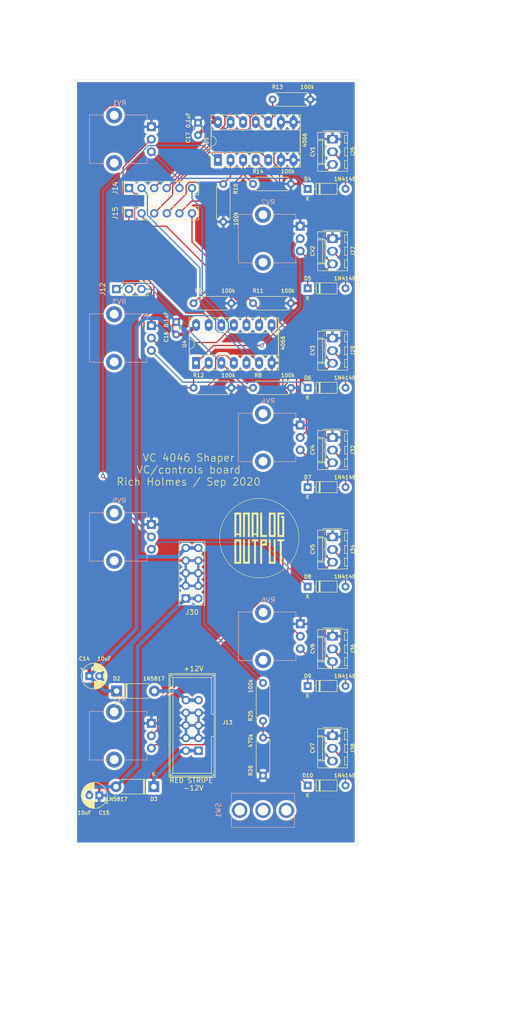
<source format=kicad_pcb>
(kicad_pcb (version 20171130) (host pcbnew 5.1.6-c6e7f7d~87~ubuntu20.04.1)
  (layers (0 F.Cu signal) (31 B.Cu signal) (34 B.Paste user) (35 F.Paste user) (36 B.SilkS user) (37 F.SilkS user) (38 B.Mask user) (39 F.Mask user) (44 Edge.Cuts user))
  (net 0 "")
  (net 1 GND)
  (net 2 +12V)
  (net 3 -12V)
  (net 4 "Net-(D4-Pad2)")
  (net 5 "Net-(D4-Pad1)")
  (net 6 "Net-(D5-Pad2)")
  (net 7 "Net-(D5-Pad1)")
  (net 8 "Net-(D6-Pad2)")
  (net 9 "Net-(D6-Pad1)")
  (net 10 "Net-(D7-Pad2)")
  (net 11 "Net-(D7-Pad1)")
  (net 12 "Net-(D8-Pad2)")
  (net 13 "Net-(D8-Pad1)")
  (net 14 "Net-(D9-Pad2)")
  (net 15 "Net-(D9-Pad1)")
  (net 16 "Net-(D10-Pad2)")
  (net 17 "Net-(D10-Pad1)")
  (net 18 CV_+3)
  (net 19 CV_+2)
  (net 20 CV_+1)
  (net 21 CV_0)
  (net 22 CV_-1)
  (net 23 CV_-2)
  (net 24 CV_-3)
  (net 25 "Net-(J12-Pad2)")
  (net 26 "Net-(J12-Pad1)")
  (net 27 "Net-(J14-Pad6)")
  (net 28 "Net-(J14-Pad5)")
  (net 29 "Net-(J14-Pad4)")
  (net 30 "Net-(J14-Pad3)")
  (net 31 "Net-(J14-Pad2)")
  (net 32 "Net-(J14-Pad1)")
  (net 33 "Net-(J15-Pad6)")
  (net 34 "Net-(J15-Pad5)")
  (net 35 "Net-(J15-Pad4)")
  (net 36 "Net-(J15-Pad3)")
  (net 37 "Net-(J15-Pad2)")
  (net 38 "Net-(J15-Pad1)")
  (net 39 "Net-(J17-Pad1)")
  (net 40 "Net-(J18-Pad1)")
  (net 41 "Net-(J23-Pad1)")
  (net 42 +10V)
  (net 43 "Net-(J12-Pad3)")
  (net 44 "Net-(D2-Pad2)")
  (net 45 "Net-(D3-Pad1)")
  (module ao_tht:D_DO-41_SOD81_P7.62mm_Horizontal (layer F.Cu) (at 90.5 141)
    (fp_text reference D2 (at 0 -2.5) (layer F.SilkS) (effects (font (size 0.75 0.75))))
    (fp_text value 1N5817)
    (fp_text user K (at 0 2.5) (layer F.SilkS) (effects (font (size 0.75 0.75))))
    (fp_text user %V (at 7.5 -2.5) (layer F.SilkS) (effects (font (size 0.75 0.75))))
    (pad 2 thru_hole oval (at 7.62 0) (size 2.2 2.2) (drill 1.1) (layers *.Cu *.Mask) (net 44 "Net-(D2-Pad2)"))
    (pad 1 thru_hole rect (at 0 0) (size 2.2 2.2) (drill 1.1) (layers *.Cu *.Mask) (net 2 +12V))
  )
  (module ao_tht:D_DO-41_SOD81_P7.62mm_Horizontal (layer F.Cu) (at 98 160.25 180)
    (fp_text reference D3 (at 0 -2.5) (layer F.SilkS) (effects (font (size 0.75 0.75))))
    (fp_text value 1N5817)
    (fp_text user K (at 0 2.5) (layer F.SilkS) (effects (font (size 0.75 0.75))))
    (fp_text user %V (at 7.5 -2.5) (layer F.SilkS) (effects (font (size 0.75 0.75))))
    (pad 2 thru_hole oval (at 7.62 0 180) (size 2.2 2.2) (drill 1.1) (layers *.Cu *.Mask) (net 3 -12V))
    (pad 1 thru_hole rect (at 0 0 180) (size 2.2 2.2) (drill 1.1) (layers *.Cu *.Mask) (net 45 "Net-(D3-Pad1)"))
  )
  (module ao_tht:analogoutput (layer F.Cu) (at 119.25 110.25)
    (fp_text reference G*** hide)
    (fp_text value LOGO hide)
  )
  (module Connector_PinSocket_2.54mm:PinSocket_1x03_P2.54mm_Vertical (layer F.Cu) (at 90.4488 60.1524 90)
    (fp_text reference J12 (at 0 -2.77 90) (layer F.SilkS))
    (fp_text value "1x3 pin socket")
    (pad 3 thru_hole oval (at 0 5.08 90) (size 1.7 1.7) (drill 1) (layers *.Cu *.Mask) (net 43 "Net-(J12-Pad3)"))
    (pad 2 thru_hole oval (at 0 2.54 90) (size 1.7 1.7) (drill 1) (layers *.Cu *.Mask) (net 25 "Net-(J12-Pad2)"))
    (pad 1 thru_hole rect (at 0 0 90) (size 1.7 1.7) (drill 1) (layers *.Cu *.Mask) (net 26 "Net-(J12-Pad1)"))
  )
  (module waveshaper:waveshaper_bartonboardbw (layer F.Cu) (at 92 81)
    (fp_text reference G*** hide)
    (fp_text value LOGO hide)
  )
  (module ao_tht:DIP-14_W7.62mm_Socket_LongPads (layer F.Cu) (at 110.91 34.18 90)
    (fp_text reference U5 (at 3.81 -2.33 90) (layer F.SilkS) (effects (font (size 0.75 0.75))))
    (fp_text value 4066)
    (fp_text user %V (at 4 17.5 90) (layer F.SilkS) (effects (font (size 0.75 0.75))))
    (pad 14 thru_hole oval (at 7.62 0 90) (size 2.4 1.6) (drill 0.8) (layers *.Cu *.Mask) (net 2 +12V))
    (pad 7 thru_hole oval (at 0 15.24 90) (size 2.4 1.6) (drill 0.8) (layers *.Cu *.Mask) (net 1 GND))
    (pad 13 thru_hole oval (at 7.62 2.54 90) (size 2.4 1.6) (drill 0.8) (layers *.Cu *.Mask) (net 29 "Net-(J14-Pad4)"))
    (pad 6 thru_hole oval (at 0 12.7 90) (size 2.4 1.6) (drill 0.8) (layers *.Cu *.Mask) (net 1 GND))
    (pad 12 thru_hole oval (at 7.62 5.08 90) (size 2.4 1.6) (drill 0.8) (layers *.Cu *.Mask) (net 30 "Net-(J14-Pad3)"))
    (pad 5 thru_hole oval (at 0 10.16 90) (size 2.4 1.6) (drill 0.8) (layers *.Cu *.Mask) (net 28 "Net-(J14-Pad5)"))
    (pad 11 thru_hole oval (at 7.62 7.62 90) (size 2.4 1.6) (drill 0.8) (layers *.Cu *.Mask) (net 21 CV_0))
    (pad 4 thru_hole oval (at 0 7.62 90) (size 2.4 1.6) (drill 0.8) (layers *.Cu *.Mask) (net 23 CV_-2))
    (pad 10 thru_hole oval (at 7.62 10.16 90) (size 2.4 1.6) (drill 0.8) (layers *.Cu *.Mask) (net 36 "Net-(J15-Pad3)"))
    (pad 3 thru_hole oval (at 0 5.08 90) (size 2.4 1.6) (drill 0.8) (layers *.Cu *.Mask) (net 34 "Net-(J15-Pad5)"))
    (pad 9 thru_hole oval (at 7.62 12.7 90) (size 2.4 1.6) (drill 0.8) (layers *.Cu *.Mask) (net 1 GND))
    (pad 2 thru_hole oval (at 0 2.54 90) (size 2.4 1.6) (drill 0.8) (layers *.Cu *.Mask) (net 35 "Net-(J15-Pad4)"))
    (pad 8 thru_hole oval (at 7.62 15.24 90) (size 2.4 1.6) (drill 0.8) (layers *.Cu *.Mask) (net 1 GND))
    (pad 1 thru_hole rect (at 0 0 90) (size 2.4 1.6) (drill 0.8) (layers *.Cu *.Mask) (net 22 CV_-1))
  )
  (module ao_tht:DIP-14_W7.62mm_Socket_LongPads (layer F.Cu) (at 106.51 75 90)
    (fp_text reference U4 (at 3.81 -2.33 90) (layer F.SilkS) (effects (font (size 0.75 0.75))))
    (fp_text value 4066)
    (fp_text user %V (at 4 17.5 90) (layer F.SilkS) (effects (font (size 0.75 0.75))))
    (pad 14 thru_hole oval (at 7.62 0 90) (size 2.4 1.6) (drill 0.8) (layers *.Cu *.Mask) (net 2 +12V))
    (pad 7 thru_hole oval (at 0 15.24 90) (size 2.4 1.6) (drill 0.8) (layers *.Cu *.Mask) (net 1 GND))
    (pad 13 thru_hole oval (at 7.62 2.54 90) (size 2.4 1.6) (drill 0.8) (layers *.Cu *.Mask) (net 32 "Net-(J14-Pad1)"))
    (pad 6 thru_hole oval (at 0 12.7 90) (size 2.4 1.6) (drill 0.8) (layers *.Cu *.Mask) (net 27 "Net-(J14-Pad6)"))
    (pad 12 thru_hole oval (at 7.62 5.08 90) (size 2.4 1.6) (drill 0.8) (layers *.Cu *.Mask) (net 31 "Net-(J14-Pad2)"))
    (pad 5 thru_hole oval (at 0 10.16 90) (size 2.4 1.6) (drill 0.8) (layers *.Cu *.Mask) (net 26 "Net-(J12-Pad1)"))
    (pad 11 thru_hole oval (at 7.62 7.62 90) (size 2.4 1.6) (drill 0.8) (layers *.Cu *.Mask) (net 20 CV_+1))
    (pad 4 thru_hole oval (at 0 7.62 90) (size 2.4 1.6) (drill 0.8) (layers *.Cu *.Mask) (net 18 CV_+3))
    (pad 10 thru_hole oval (at 7.62 10.16 90) (size 2.4 1.6) (drill 0.8) (layers *.Cu *.Mask) (net 37 "Net-(J15-Pad2)"))
    (pad 3 thru_hole oval (at 0 5.08 90) (size 2.4 1.6) (drill 0.8) (layers *.Cu *.Mask) (net 43 "Net-(J12-Pad3)"))
    (pad 9 thru_hole oval (at 7.62 12.7 90) (size 2.4 1.6) (drill 0.8) (layers *.Cu *.Mask) (net 33 "Net-(J15-Pad6)"))
    (pad 2 thru_hole oval (at 0 2.54 90) (size 2.4 1.6) (drill 0.8) (layers *.Cu *.Mask) (net 38 "Net-(J15-Pad1)"))
    (pad 8 thru_hole oval (at 7.62 15.24 90) (size 2.4 1.6) (drill 0.8) (layers *.Cu *.Mask) (net 24 CV_-3))
    (pad 1 thru_hole rect (at 0 0 90) (size 2.4 1.6) (drill 0.8) (layers *.Cu *.Mask) (net 19 CV_+2))
  )
  (module ao_tht:Molex_KK-254_AE-6410-03A_1x03_P2.54mm_Vertical (layer F.Cu) (at 134 150 270)
    (fp_text reference J38 (at 2.54 -4.12 90) (layer F.SilkS) (effects (font (size 0.75 0.75))))
    (fp_text value "3 pin Molex header")
    (fp_text user CV7 (at 2.5 4 90) (layer F.SilkS) (effects (font (size 0.75 0.75))))
    (pad 3 thru_hole oval (at 5.08 0 270) (size 1.74 2.2) (drill 1.2) (layers *.Cu *.Mask) (net 42 +10V))
    (pad 2 thru_hole oval (at 2.54 0 270) (size 1.74 2.2) (drill 1.2) (layers *.Cu *.Mask) (net 16 "Net-(D10-Pad2)"))
    (pad 1 thru_hole roundrect (at 0 0 270) (size 1.74 2.2) (drill 1.2) (layers *.Cu *.Mask) (roundrect_rratio 0.143678) (net 1 GND))
  )
  (module ao_tht:Molex_KK-254_AE-6410-03A_1x03_P2.54mm_Vertical (layer F.Cu) (at 134 130 270)
    (fp_text reference J36 (at 2.54 -4.12 90) (layer F.SilkS) (effects (font (size 0.75 0.75))))
    (fp_text value "3 pin Molex header")
    (fp_text user CV6 (at 2.5 4 90) (layer F.SilkS) (effects (font (size 0.75 0.75))))
    (pad 3 thru_hole oval (at 5.08 0 270) (size 1.74 2.2) (drill 1.2) (layers *.Cu *.Mask) (net 42 +10V))
    (pad 2 thru_hole oval (at 2.54 0 270) (size 1.74 2.2) (drill 1.2) (layers *.Cu *.Mask) (net 14 "Net-(D9-Pad2)"))
    (pad 1 thru_hole roundrect (at 0 0 270) (size 1.74 2.2) (drill 1.2) (layers *.Cu *.Mask) (roundrect_rratio 0.143678) (net 1 GND))
  )
  (module ao_tht:Molex_KK-254_AE-6410-03A_1x03_P2.54mm_Vertical (layer F.Cu) (at 134 110 270)
    (fp_text reference J34 (at 2.54 -4.12 90) (layer F.SilkS) (effects (font (size 0.75 0.75))))
    (fp_text value "3 pin Molex header")
    (fp_text user CV5 (at 2.5 4 90) (layer F.SilkS) (effects (font (size 0.75 0.75))))
    (pad 3 thru_hole oval (at 5.08 0 270) (size 1.74 2.2) (drill 1.2) (layers *.Cu *.Mask) (net 42 +10V))
    (pad 2 thru_hole oval (at 2.54 0 270) (size 1.74 2.2) (drill 1.2) (layers *.Cu *.Mask) (net 12 "Net-(D8-Pad2)"))
    (pad 1 thru_hole roundrect (at 0 0 270) (size 1.74 2.2) (drill 1.2) (layers *.Cu *.Mask) (roundrect_rratio 0.143678) (net 1 GND))
  )
  (module ao_tht:Molex_KK-254_AE-6410-03A_1x03_P2.54mm_Vertical (layer F.Cu) (at 134 90 270)
    (fp_text reference J32 (at 2.54 -4.12 90) (layer F.SilkS) (effects (font (size 0.75 0.75))))
    (fp_text value "3 pin Molex header")
    (fp_text user CV4 (at 2.5 4 90) (layer F.SilkS) (effects (font (size 0.75 0.75))))
    (pad 3 thru_hole oval (at 5.08 0 270) (size 1.74 2.2) (drill 1.2) (layers *.Cu *.Mask) (net 42 +10V))
    (pad 2 thru_hole oval (at 2.54 0 270) (size 1.74 2.2) (drill 1.2) (layers *.Cu *.Mask) (net 10 "Net-(D7-Pad2)"))
    (pad 1 thru_hole roundrect (at 0 0 270) (size 1.74 2.2) (drill 1.2) (layers *.Cu *.Mask) (roundrect_rratio 0.143678) (net 1 GND))
  )
  (module Connector_PinSocket_2.54mm:PinSocket_2x05_P2.54mm_Vertical (layer F.Cu) (at 104.4188 122.3824 180)
    (fp_text reference J30 (at -1.27 -2.77) (layer F.SilkS))
    (fp_text value "2x5 pin socket")
    (pad 10 thru_hole oval (at -2.54 10.16 180) (size 1.7 1.7) (drill 1) (layers *.Cu *.Mask) (net 2 +12V))
    (pad 9 thru_hole oval (at 0 10.16 180) (size 1.7 1.7) (drill 1) (layers *.Cu *.Mask) (net 2 +12V))
    (pad 8 thru_hole oval (at -2.54 7.62 180) (size 1.7 1.7) (drill 1) (layers *.Cu *.Mask) (net 1 GND))
    (pad 7 thru_hole oval (at 0 7.62 180) (size 1.7 1.7) (drill 1) (layers *.Cu *.Mask) (net 1 GND))
    (pad 6 thru_hole oval (at -2.54 5.08 180) (size 1.7 1.7) (drill 1) (layers *.Cu *.Mask) (net 1 GND))
    (pad 5 thru_hole oval (at 0 5.08 180) (size 1.7 1.7) (drill 1) (layers *.Cu *.Mask) (net 1 GND))
    (pad 4 thru_hole oval (at -2.54 2.54 180) (size 1.7 1.7) (drill 1) (layers *.Cu *.Mask) (net 1 GND))
    (pad 3 thru_hole oval (at 0 2.54 180) (size 1.7 1.7) (drill 1) (layers *.Cu *.Mask) (net 1 GND))
    (pad 2 thru_hole oval (at -2.54 0 180) (size 1.7 1.7) (drill 1) (layers *.Cu *.Mask) (net 3 -12V))
    (pad 1 thru_hole rect (at 0 0 180) (size 1.7 1.7) (drill 1) (layers *.Cu *.Mask) (net 3 -12V))
  )
  (module ao_tht:Molex_KK-254_AE-6410-03A_1x03_P2.54mm_Vertical (layer F.Cu) (at 134 70 270)
    (fp_text reference J29 (at 2.54 -4.12 90) (layer F.SilkS) (effects (font (size 0.75 0.75))))
    (fp_text value "3 pin Molex header")
    (fp_text user CV3 (at 2.5 4 90) (layer F.SilkS) (effects (font (size 0.75 0.75))))
    (pad 3 thru_hole oval (at 5.08 0 270) (size 1.74 2.2) (drill 1.2) (layers *.Cu *.Mask) (net 42 +10V))
    (pad 2 thru_hole oval (at 2.54 0 270) (size 1.74 2.2) (drill 1.2) (layers *.Cu *.Mask) (net 8 "Net-(D6-Pad2)"))
    (pad 1 thru_hole roundrect (at 0 0 270) (size 1.74 2.2) (drill 1.2) (layers *.Cu *.Mask) (roundrect_rratio 0.143678) (net 1 GND))
  )
  (module ao_tht:Molex_KK-254_AE-6410-03A_1x03_P2.54mm_Vertical (layer F.Cu) (at 134 50 270)
    (fp_text reference J27 (at 2.54 -4.12 90) (layer F.SilkS) (effects (font (size 0.75 0.75))))
    (fp_text value "3 pin Molex header")
    (fp_text user CV2 (at 2.5 4 90) (layer F.SilkS) (effects (font (size 0.75 0.75))))
    (pad 3 thru_hole oval (at 5.08 0 270) (size 1.74 2.2) (drill 1.2) (layers *.Cu *.Mask) (net 42 +10V))
    (pad 2 thru_hole oval (at 2.54 0 270) (size 1.74 2.2) (drill 1.2) (layers *.Cu *.Mask) (net 6 "Net-(D5-Pad2)"))
    (pad 1 thru_hole roundrect (at 0 0 270) (size 1.74 2.2) (drill 1.2) (layers *.Cu *.Mask) (roundrect_rratio 0.143678) (net 1 GND))
  )
  (module ao_tht:Molex_KK-254_AE-6410-03A_1x03_P2.54mm_Vertical (layer F.Cu) (at 134 30 270)
    (fp_text reference J25 (at 2.54 -4.12 90) (layer F.SilkS) (effects (font (size 0.75 0.75))))
    (fp_text value "3 pin Molex header")
    (fp_text user CV1 (at 2.5 4 90) (layer F.SilkS) (effects (font (size 0.75 0.75))))
    (pad 3 thru_hole oval (at 5.08 0 270) (size 1.74 2.2) (drill 1.2) (layers *.Cu *.Mask) (net 42 +10V))
    (pad 2 thru_hole oval (at 2.54 0 270) (size 1.74 2.2) (drill 1.2) (layers *.Cu *.Mask) (net 4 "Net-(D4-Pad2)"))
    (pad 1 thru_hole roundrect (at 0 0 270) (size 1.74 2.2) (drill 1.2) (layers *.Cu *.Mask) (roundrect_rratio 0.143678) (net 1 GND))
  )
  (module Connector_PinSocket_2.54mm:PinSocket_1x06_P2.54mm_Vertical (layer F.Cu) (at 92.9888 44.9124 90)
    (fp_text reference J15 (at 0 -2.77 90) (layer F.SilkS))
    (fp_text value "1x6 pin socket")
    (pad 6 thru_hole oval (at 0 12.7 90) (size 1.7 1.7) (drill 1) (layers *.Cu *.Mask) (net 33 "Net-(J15-Pad6)"))
    (pad 5 thru_hole oval (at 0 10.16 90) (size 1.7 1.7) (drill 1) (layers *.Cu *.Mask) (net 34 "Net-(J15-Pad5)"))
    (pad 4 thru_hole oval (at 0 7.62 90) (size 1.7 1.7) (drill 1) (layers *.Cu *.Mask) (net 35 "Net-(J15-Pad4)"))
    (pad 3 thru_hole oval (at 0 5.08 90) (size 1.7 1.7) (drill 1) (layers *.Cu *.Mask) (net 36 "Net-(J15-Pad3)"))
    (pad 2 thru_hole oval (at 0 2.54 90) (size 1.7 1.7) (drill 1) (layers *.Cu *.Mask) (net 37 "Net-(J15-Pad2)"))
    (pad 1 thru_hole rect (at 0 0 90) (size 1.7 1.7) (drill 1) (layers *.Cu *.Mask) (net 38 "Net-(J15-Pad1)"))
  )
  (module Connector_PinSocket_2.54mm:PinSocket_1x06_P2.54mm_Vertical (layer F.Cu) (at 92.9888 39.8324 90)
    (fp_text reference J14 (at 0 -2.77 90) (layer F.SilkS))
    (fp_text value "1x6 pin socket")
    (pad 6 thru_hole oval (at 0 12.7 90) (size 1.7 1.7) (drill 1) (layers *.Cu *.Mask) (net 27 "Net-(J14-Pad6)"))
    (pad 5 thru_hole oval (at 0 10.16 90) (size 1.7 1.7) (drill 1) (layers *.Cu *.Mask) (net 28 "Net-(J14-Pad5)"))
    (pad 4 thru_hole oval (at 0 7.62 90) (size 1.7 1.7) (drill 1) (layers *.Cu *.Mask) (net 29 "Net-(J14-Pad4)"))
    (pad 3 thru_hole oval (at 0 5.08 90) (size 1.7 1.7) (drill 1) (layers *.Cu *.Mask) (net 30 "Net-(J14-Pad3)"))
    (pad 2 thru_hole oval (at 0 2.54 90) (size 1.7 1.7) (drill 1) (layers *.Cu *.Mask) (net 31 "Net-(J14-Pad2)"))
    (pad 1 thru_hole rect (at 0 0 90) (size 1.7 1.7) (drill 1) (layers *.Cu *.Mask) (net 32 "Net-(J14-Pad1)"))
  )
  (module ao_tht:D_DO-35_SOD27_P7.62mm_Horizontal (layer F.Cu) (at 129 160)
    (fp_text reference D10 (at 0 -2) (layer F.SilkS) (effects (font (size 0.75 0.75))))
    (fp_text value 1N4148)
    (fp_text user K (at 0 2) (layer F.SilkS) (effects (font (size 0.75 0.75))))
    (fp_text user %V (at 7.5 -2) (layer F.SilkS) (effects (font (size 0.75 0.75))))
    (pad 2 thru_hole oval (at 7.62 0) (size 1.6 1.6) (drill 0.8) (layers *.Cu *.Mask) (net 16 "Net-(D10-Pad2)"))
    (pad 1 thru_hole rect (at 0 0) (size 1.6 1.6) (drill 0.8) (layers *.Cu *.Mask) (net 17 "Net-(D10-Pad1)"))
  )
  (module ao_tht:D_DO-35_SOD27_P7.62mm_Horizontal (layer F.Cu) (at 129 140)
    (fp_text reference D9 (at 0 -2) (layer F.SilkS) (effects (font (size 0.75 0.75))))
    (fp_text value 1N4148)
    (fp_text user K (at 0 2) (layer F.SilkS) (effects (font (size 0.75 0.75))))
    (fp_text user %V (at 7.5 -2) (layer F.SilkS) (effects (font (size 0.75 0.75))))
    (pad 2 thru_hole oval (at 7.62 0) (size 1.6 1.6) (drill 0.8) (layers *.Cu *.Mask) (net 14 "Net-(D9-Pad2)"))
    (pad 1 thru_hole rect (at 0 0) (size 1.6 1.6) (drill 0.8) (layers *.Cu *.Mask) (net 15 "Net-(D9-Pad1)"))
  )
  (module ao_tht:D_DO-35_SOD27_P7.62mm_Horizontal (layer F.Cu) (at 129 120)
    (fp_text reference D8 (at 0 -2) (layer F.SilkS) (effects (font (size 0.75 0.75))))
    (fp_text value 1N4148)
    (fp_text user K (at 0 2) (layer F.SilkS) (effects (font (size 0.75 0.75))))
    (fp_text user %V (at 7.5 -2) (layer F.SilkS) (effects (font (size 0.75 0.75))))
    (pad 2 thru_hole oval (at 7.62 0) (size 1.6 1.6) (drill 0.8) (layers *.Cu *.Mask) (net 12 "Net-(D8-Pad2)"))
    (pad 1 thru_hole rect (at 0 0) (size 1.6 1.6) (drill 0.8) (layers *.Cu *.Mask) (net 13 "Net-(D8-Pad1)"))
  )
  (module ao_tht:D_DO-35_SOD27_P7.62mm_Horizontal (layer F.Cu) (at 129 100)
    (fp_text reference D7 (at 0 -2) (layer F.SilkS) (effects (font (size 0.75 0.75))))
    (fp_text value 1N4148)
    (fp_text user K (at 0 2) (layer F.SilkS) (effects (font (size 0.75 0.75))))
    (fp_text user %V (at 7.5 -2) (layer F.SilkS) (effects (font (size 0.75 0.75))))
    (pad 2 thru_hole oval (at 7.62 0) (size 1.6 1.6) (drill 0.8) (layers *.Cu *.Mask) (net 10 "Net-(D7-Pad2)"))
    (pad 1 thru_hole rect (at 0 0) (size 1.6 1.6) (drill 0.8) (layers *.Cu *.Mask) (net 11 "Net-(D7-Pad1)"))
  )
  (module ao_tht:D_DO-35_SOD27_P7.62mm_Horizontal (layer F.Cu) (at 129 80)
    (fp_text reference D6 (at 0 -2) (layer F.SilkS) (effects (font (size 0.75 0.75))))
    (fp_text value 1N4148)
    (fp_text user K (at 0 2) (layer F.SilkS) (effects (font (size 0.75 0.75))))
    (fp_text user %V (at 7.5 -2) (layer F.SilkS) (effects (font (size 0.75 0.75))))
    (pad 2 thru_hole oval (at 7.62 0) (size 1.6 1.6) (drill 0.8) (layers *.Cu *.Mask) (net 8 "Net-(D6-Pad2)"))
    (pad 1 thru_hole rect (at 0 0) (size 1.6 1.6) (drill 0.8) (layers *.Cu *.Mask) (net 9 "Net-(D6-Pad1)"))
  )
  (module ao_tht:D_DO-35_SOD27_P7.62mm_Horizontal (layer F.Cu) (at 129 60)
    (fp_text reference D5 (at 0 -2) (layer F.SilkS) (effects (font (size 0.75 0.75))))
    (fp_text value 1N4148)
    (fp_text user K (at 0 2) (layer F.SilkS) (effects (font (size 0.75 0.75))))
    (fp_text user %V (at 7.5 -2) (layer F.SilkS) (effects (font (size 0.75 0.75))))
    (pad 2 thru_hole oval (at 7.62 0) (size 1.6 1.6) (drill 0.8) (layers *.Cu *.Mask) (net 6 "Net-(D5-Pad2)"))
    (pad 1 thru_hole rect (at 0 0) (size 1.6 1.6) (drill 0.8) (layers *.Cu *.Mask) (net 7 "Net-(D5-Pad1)"))
  )
  (module ao_tht:C_Disc_D3.0mm_W1.6mm_P2.50mm (layer F.Cu) (at 106.91 29.18 90)
    (fp_text reference C17 (at -0.5 -2 90) (layer F.SilkS) (effects (font (size 0.75 0.75))))
    (fp_text value 0.1uF)
    (fp_text user %V (at 3 -2 90) (layer F.SilkS) (effects (font (size 0.75 0.75))))
    (pad 2 thru_hole circle (at 2.5 0 90) (size 1.6 1.6) (drill 0.8) (layers *.Cu *.Mask) (net 1 GND))
    (pad 1 thru_hole circle (at 0 0 90) (size 1.6 1.6) (drill 0.8) (layers *.Cu *.Mask) (net 2 +12V))
  )
  (module ao_tht:C_Disc_D3.0mm_W1.6mm_P2.50mm (layer F.Cu) (at 102.51 69.28 90)
    (fp_text reference C16 (at -0.5 -2 90) (layer F.SilkS) (effects (font (size 0.75 0.75))))
    (fp_text value 0.1uF)
    (fp_text user %V (at 3 -2 90) (layer F.SilkS) (effects (font (size 0.75 0.75))))
    (pad 2 thru_hole circle (at 2.5 0 90) (size 1.6 1.6) (drill 0.8) (layers *.Cu *.Mask) (net 1 GND))
    (pad 1 thru_hole circle (at 0 0 90) (size 1.6 1.6) (drill 0.8) (layers *.Cu *.Mask) (net 2 +12V))
  )
  (module ao_tht:SPDT-toggle-switch-1M-series (layer B.Cu) (at 120 165 270)
    (fp_text reference SW1 (at 0 9 270) (layer B.SilkS) (effects (justify mirror)))
    (fp_text value SW_SPDT)
    (pad 1 thru_hole circle (at 0 -4.7 270) (size 3.1 3.1) (drill 2.1) (layers *.Cu *.Mask) (net 39 "Net-(J17-Pad1)"))
    (pad 3 thru_hole circle (at 0 4.7 270) (size 3.1 3.1) (drill 2.1) (layers *.Cu *.Mask) (net 40 "Net-(J18-Pad1)"))
    (pad 2 thru_hole circle (at 0 0 270) (size 3.1 3.1) (drill 2.1) (layers *.Cu *.Mask) (net 41 "Net-(J23-Pad1)"))
  )
  (module ao_tht:Potentiometer_Alpha_RD901F-40-00D_Single_Vertical_CircularHoles (layer B.Cu) (at 97.5 147.5 180)
    (fp_text reference RV7 (at 6.45 4.8 180) (layer B.SilkS) (effects (justify mirror)))
    (fp_text value B100k)
    (pad 1 thru_hole rect (at 0 0 90) (size 1.8 1.8) (drill 1) (layers *.Cu *.Mask) (net 1 GND))
    (pad 2 thru_hole circle (at 0 -2.5 90) (size 1.8 1.8) (drill 1) (layers *.Cu *.Mask) (net 24 CV_-3))
    (pad 3 thru_hole circle (at 0 -5 90) (size 1.8 1.8) (drill 1) (layers *.Cu *.Mask) (net 17 "Net-(D10-Pad1)"))
    (pad "" thru_hole circle (at 7.5 -7.3 90) (size 3.24 3.24) (drill 1.8) (layers *.Cu *.Mask))
    (pad "" thru_hole circle (at 7.5 2.3 90) (size 3.24 3.24) (drill 1.8) (layers *.Cu *.Mask))
  )
  (module ao_tht:Potentiometer_Alpha_RD901F-40-00D_Single_Vertical_CircularHoles (layer B.Cu) (at 127.52 127.49 180)
    (fp_text reference RV6 (at 6.45 4.8 180) (layer B.SilkS) (effects (justify mirror)))
    (fp_text value B100k)
    (pad 1 thru_hole rect (at 0 0 90) (size 1.8 1.8) (drill 1) (layers *.Cu *.Mask) (net 1 GND))
    (pad 2 thru_hole circle (at 0 -2.5 90) (size 1.8 1.8) (drill 1) (layers *.Cu *.Mask) (net 23 CV_-2))
    (pad 3 thru_hole circle (at 0 -5 90) (size 1.8 1.8) (drill 1) (layers *.Cu *.Mask) (net 15 "Net-(D9-Pad1)"))
    (pad "" thru_hole circle (at 7.5 -7.3 90) (size 3.24 3.24) (drill 1.8) (layers *.Cu *.Mask))
    (pad "" thru_hole circle (at 7.5 2.3 90) (size 3.24 3.24) (drill 1.8) (layers *.Cu *.Mask))
  )
  (module ao_tht:Potentiometer_Alpha_RD901F-40-00D_Single_Vertical_CircularHoles (layer B.Cu) (at 97.5 107.5 180)
    (fp_text reference RV5 (at 6.45 4.8 180) (layer B.SilkS) (effects (justify mirror)))
    (fp_text value B100k)
    (pad 1 thru_hole rect (at 0 0 90) (size 1.8 1.8) (drill 1) (layers *.Cu *.Mask) (net 1 GND))
    (pad 2 thru_hole circle (at 0 -2.5 90) (size 1.8 1.8) (drill 1) (layers *.Cu *.Mask) (net 22 CV_-1))
    (pad 3 thru_hole circle (at 0 -5 90) (size 1.8 1.8) (drill 1) (layers *.Cu *.Mask) (net 13 "Net-(D8-Pad1)"))
    (pad "" thru_hole circle (at 7.5 -7.3 90) (size 3.24 3.24) (drill 1.8) (layers *.Cu *.Mask))
    (pad "" thru_hole circle (at 7.5 2.3 90) (size 3.24 3.24) (drill 1.8) (layers *.Cu *.Mask))
  )
  (module ao_tht:Potentiometer_Alpha_RD901F-40-00D_Single_Vertical_CircularHoles (layer B.Cu) (at 127.5 87.5 180)
    (fp_text reference RV4 (at 6.45 4.8 180) (layer B.SilkS) (effects (justify mirror)))
    (fp_text value B100k)
    (pad 1 thru_hole rect (at 0 0 90) (size 1.8 1.8) (drill 1) (layers *.Cu *.Mask) (net 1 GND))
    (pad 2 thru_hole circle (at 0 -2.5 90) (size 1.8 1.8) (drill 1) (layers *.Cu *.Mask) (net 21 CV_0))
    (pad 3 thru_hole circle (at 0 -5 90) (size 1.8 1.8) (drill 1) (layers *.Cu *.Mask) (net 11 "Net-(D7-Pad1)"))
    (pad "" thru_hole circle (at 7.5 -7.3 90) (size 3.24 3.24) (drill 1.8) (layers *.Cu *.Mask))
    (pad "" thru_hole circle (at 7.5 2.3 90) (size 3.24 3.24) (drill 1.8) (layers *.Cu *.Mask))
  )
  (module ao_tht:Potentiometer_Alpha_RD901F-40-00D_Single_Vertical_CircularHoles (layer B.Cu) (at 97.5 67.5 180)
    (fp_text reference RV3 (at 6.45 4.8 180) (layer B.SilkS) (effects (justify mirror)))
    (fp_text value B100k)
    (pad 1 thru_hole rect (at 0 0 90) (size 1.8 1.8) (drill 1) (layers *.Cu *.Mask) (net 1 GND))
    (pad 2 thru_hole circle (at 0 -2.5 90) (size 1.8 1.8) (drill 1) (layers *.Cu *.Mask) (net 20 CV_+1))
    (pad 3 thru_hole circle (at 0 -5 90) (size 1.8 1.8) (drill 1) (layers *.Cu *.Mask) (net 9 "Net-(D6-Pad1)"))
    (pad "" thru_hole circle (at 7.5 -7.3 90) (size 3.24 3.24) (drill 1.8) (layers *.Cu *.Mask))
    (pad "" thru_hole circle (at 7.5 2.3 90) (size 3.24 3.24) (drill 1.8) (layers *.Cu *.Mask))
  )
  (module ao_tht:Potentiometer_Alpha_RD901F-40-00D_Single_Vertical_CircularHoles (layer B.Cu) (at 127.5 47.5 180)
    (fp_text reference RV2 (at 6.45 4.8 180) (layer B.SilkS) (effects (justify mirror)))
    (fp_text value B100k)
    (pad 1 thru_hole rect (at 0 0 90) (size 1.8 1.8) (drill 1) (layers *.Cu *.Mask) (net 1 GND))
    (pad 2 thru_hole circle (at 0 -2.5 90) (size 1.8 1.8) (drill 1) (layers *.Cu *.Mask) (net 19 CV_+2))
    (pad 3 thru_hole circle (at 0 -5 90) (size 1.8 1.8) (drill 1) (layers *.Cu *.Mask) (net 7 "Net-(D5-Pad1)"))
    (pad "" thru_hole circle (at 7.5 -7.3 90) (size 3.24 3.24) (drill 1.8) (layers *.Cu *.Mask))
    (pad "" thru_hole circle (at 7.5 2.3 90) (size 3.24 3.24) (drill 1.8) (layers *.Cu *.Mask))
  )
  (module ao_tht:Potentiometer_Alpha_RD901F-40-00D_Single_Vertical_CircularHoles (layer B.Cu) (at 97.5 27.5 180)
    (fp_text reference RV1 (at 6.45 4.8 180) (layer B.SilkS) (effects (justify mirror)))
    (fp_text value B100k)
    (pad 1 thru_hole rect (at 0 0 90) (size 1.8 1.8) (drill 1) (layers *.Cu *.Mask) (net 1 GND))
    (pad 2 thru_hole circle (at 0 -2.5 90) (size 1.8 1.8) (drill 1) (layers *.Cu *.Mask) (net 18 CV_+3))
    (pad 3 thru_hole circle (at 0 -5 90) (size 1.8 1.8) (drill 1) (layers *.Cu *.Mask) (net 5 "Net-(D4-Pad1)"))
    (pad "" thru_hole circle (at 7.5 -7.3 90) (size 3.24 3.24) (drill 1.8) (layers *.Cu *.Mask))
    (pad "" thru_hole circle (at 7.5 2.3 90) (size 3.24 3.24) (drill 1.8) (layers *.Cu *.Mask))
  )
  (module ao_tht:R_Axial_DIN0207_L6.3mm_D2.5mm_P7.62mm_Horizontal (layer F.Cu) (at 120 158 90)
    (fp_text reference R26 (at 1 -2.5 90) (layer F.SilkS) (effects (font (size 0.75 0.75))))
    (fp_text value 470k (at 7 -2.5 90) (layer F.SilkS) (effects (font (size 0.75 0.75))))
    (pad 2 thru_hole oval (at 7.62 0 90) (size 1.6 1.6) (drill 0.8) (layers *.Cu *.Mask) (net 42 +10V))
    (pad 1 thru_hole circle (at 0 0 90) (size 1.6 1.6) (drill 0.8) (layers *.Cu *.Mask) (net 1 GND))
  )
  (module ao_tht:R_Axial_DIN0207_L6.3mm_D2.5mm_P7.62mm_Horizontal (layer F.Cu) (at 120 147 90)
    (fp_text reference R25 (at 1 -2.5 90) (layer F.SilkS) (effects (font (size 0.75 0.75))))
    (fp_text value 100k (at 7 -2.5 90) (layer F.SilkS) (effects (font (size 0.75 0.75))))
    (pad 2 thru_hole oval (at 7.62 0 90) (size 1.6 1.6) (drill 0.8) (layers *.Cu *.Mask) (net 2 +12V))
    (pad 1 thru_hole circle (at 0 0 90) (size 1.6 1.6) (drill 0.8) (layers *.Cu *.Mask) (net 42 +10V))
  )
  (module ao_tht:R_Axial_DIN0207_L6.3mm_D2.5mm_P7.62mm_Horizontal (layer F.Cu) (at 118 39)
    (fp_text reference R14 (at 1 -2.5) (layer F.SilkS) (effects (font (size 0.75 0.75))))
    (fp_text value 100k (at 7 -2.5) (layer F.SilkS) (effects (font (size 0.75 0.75))))
    (pad 2 thru_hole oval (at 7.62 0) (size 1.6 1.6) (drill 0.8) (layers *.Cu *.Mask) (net 1 GND))
    (pad 1 thru_hole circle (at 0 0) (size 1.6 1.6) (drill 0.8) (layers *.Cu *.Mask) (net 34 "Net-(J15-Pad5)"))
  )
  (module ao_tht:R_Axial_DIN0207_L6.3mm_D2.5mm_P7.62mm_Horizontal (layer F.Cu) (at 121.91 22)
    (fp_text reference R13 (at 1 -2.5) (layer F.SilkS) (effects (font (size 0.75 0.75))))
    (fp_text value 100k (at 7 -2.5) (layer F.SilkS) (effects (font (size 0.75 0.75))))
    (pad 2 thru_hole oval (at 7.62 0) (size 1.6 1.6) (drill 0.8) (layers *.Cu *.Mask) (net 1 GND))
    (pad 1 thru_hole circle (at 0 0) (size 1.6 1.6) (drill 0.8) (layers *.Cu *.Mask) (net 36 "Net-(J15-Pad3)"))
  )
  (module ao_tht:R_Axial_DIN0207_L6.3mm_D2.5mm_P7.62mm_Horizontal (layer F.Cu) (at 106 80)
    (fp_text reference R12 (at 1 -2.5) (layer F.SilkS) (effects (font (size 0.75 0.75))))
    (fp_text value 100k (at 7 -2.5) (layer F.SilkS) (effects (font (size 0.75 0.75))))
    (pad 2 thru_hole oval (at 7.62 0) (size 1.6 1.6) (drill 0.8) (layers *.Cu *.Mask) (net 1 GND))
    (pad 1 thru_hole circle (at 0 0) (size 1.6 1.6) (drill 0.8) (layers *.Cu *.Mask) (net 38 "Net-(J15-Pad1)"))
  )
  (module ao_tht:R_Axial_DIN0207_L6.3mm_D2.5mm_P7.62mm_Horizontal (layer F.Cu) (at 118 63)
    (fp_text reference R11 (at 1 -2.5) (layer F.SilkS) (effects (font (size 0.75 0.75))))
    (fp_text value 100k (at 7 -2.5) (layer F.SilkS) (effects (font (size 0.75 0.75))))
    (pad 2 thru_hole oval (at 7.62 0) (size 1.6 1.6) (drill 0.8) (layers *.Cu *.Mask) (net 1 GND))
    (pad 1 thru_hole circle (at 0 0) (size 1.6 1.6) (drill 0.8) (layers *.Cu *.Mask) (net 33 "Net-(J15-Pad6)"))
  )
  (module ao_tht:R_Axial_DIN0207_L6.3mm_D2.5mm_P7.62mm_Horizontal (layer F.Cu) (at 112 39 270)
    (fp_text reference R10 (at 1 -2.5 90) (layer F.SilkS) (effects (font (size 0.75 0.75))))
    (fp_text value 100k (at 7 -2.5 90) (layer F.SilkS) (effects (font (size 0.75 0.75))))
    (pad 2 thru_hole oval (at 7.62 0 270) (size 1.6 1.6) (drill 0.8) (layers *.Cu *.Mask) (net 1 GND))
    (pad 1 thru_hole circle (at 0 0 270) (size 1.6 1.6) (drill 0.8) (layers *.Cu *.Mask) (net 35 "Net-(J15-Pad4)"))
  )
  (module ao_tht:R_Axial_DIN0207_L6.3mm_D2.5mm_P7.62mm_Horizontal (layer F.Cu) (at 106 63)
    (fp_text reference R9 (at 1 -2.5) (layer F.SilkS) (effects (font (size 0.75 0.75))))
    (fp_text value 100k (at 7 -2.5) (layer F.SilkS) (effects (font (size 0.75 0.75))))
    (pad 2 thru_hole oval (at 7.62 0) (size 1.6 1.6) (drill 0.8) (layers *.Cu *.Mask) (net 1 GND))
    (pad 1 thru_hole circle (at 0 0) (size 1.6 1.6) (drill 0.8) (layers *.Cu *.Mask) (net 37 "Net-(J15-Pad2)"))
  )
  (module ao_tht:R_Axial_DIN0207_L6.3mm_D2.5mm_P7.62mm_Horizontal (layer F.Cu) (at 118 80)
    (fp_text reference R8 (at 1 -2.5) (layer F.SilkS) (effects (font (size 0.75 0.75))))
    (fp_text value 100k (at 7 -2.5) (layer F.SilkS) (effects (font (size 0.75 0.75))))
    (pad 2 thru_hole oval (at 7.62 0) (size 1.6 1.6) (drill 0.8) (layers *.Cu *.Mask) (net 1 GND))
    (pad 1 thru_hole circle (at 0 0) (size 1.6 1.6) (drill 0.8) (layers *.Cu *.Mask) (net 43 "Net-(J12-Pad3)"))
  )
  (module ao_tht:Power_Header (layer F.Cu) (at 107 153 180)
    (fp_text reference J13 (at -5.85 5.67) (layer F.SilkS) (effects (font (size 0.75 0.75))))
    (fp_text value EURO_PWR_2x5)
    (fp_text user "RED STRIPE" (at 1.5 -6) (layer F.SilkS))
    (fp_text user -12V (at 1 -7.5) (layer F.SilkS))
    (fp_text user +12V (at 1 16.5) (layer F.SilkS))
    (pad 10 thru_hole oval (at 2.54 10.16 180) (size 1.7272 1.7272) (drill 1.016) (layers *.Cu *.Mask) (net 44 "Net-(D2-Pad2)"))
    (pad 9 thru_hole oval (at 0 10.16 180) (size 1.7272 1.7272) (drill 1.016) (layers *.Cu *.Mask) (net 44 "Net-(D2-Pad2)"))
    (pad 8 thru_hole oval (at 2.54 7.62 180) (size 1.7272 1.7272) (drill 1.016) (layers *.Cu *.Mask) (net 1 GND))
    (pad 7 thru_hole oval (at 0 7.62 180) (size 1.7272 1.7272) (drill 1.016) (layers *.Cu *.Mask) (net 1 GND))
    (pad 6 thru_hole oval (at 2.54 5.08 180) (size 1.7272 1.7272) (drill 1.016) (layers *.Cu *.Mask) (net 1 GND))
    (pad 5 thru_hole oval (at 0 5.08 180) (size 1.7272 1.7272) (drill 1.016) (layers *.Cu *.Mask) (net 1 GND))
    (pad 4 thru_hole oval (at 2.54 2.54 180) (size 1.7272 1.7272) (drill 1.016) (layers *.Cu *.Mask) (net 1 GND))
    (pad 3 thru_hole oval (at 0 2.54 180) (size 1.7272 1.7272) (drill 1.016) (layers *.Cu *.Mask) (net 1 GND))
    (pad 2 thru_hole oval (at 2.54 0 180) (size 1.7272 1.7272) (drill 1.016) (layers *.Cu *.Mask) (net 45 "Net-(D3-Pad1)"))
    (pad 1 thru_hole rect (at 0 0 180) (size 1.7272 1.7272) (drill 1.016) (layers *.Cu *.Mask) (net 45 "Net-(D3-Pad1)"))
  )
  (module ao_tht:D_DO-35_SOD27_P7.62mm_Horizontal (layer F.Cu) (at 129 40)
    (fp_text reference D4 (at 0 -2) (layer F.SilkS) (effects (font (size 0.75 0.75))))
    (fp_text value 1N4148)
    (fp_text user K (at 0 2) (layer F.SilkS) (effects (font (size 0.75 0.75))))
    (fp_text user %V (at 7.5 -2) (layer F.SilkS) (effects (font (size 0.75 0.75))))
    (pad 2 thru_hole oval (at 7.62 0) (size 1.6 1.6) (drill 0.8) (layers *.Cu *.Mask) (net 4 "Net-(D4-Pad2)"))
    (pad 1 thru_hole rect (at 0 0) (size 1.6 1.6) (drill 0.8) (layers *.Cu *.Mask) (net 5 "Net-(D4-Pad1)"))
  )
  (module ao_tht:CP_Radial_D5.0mm_P2.00mm (layer F.Cu) (at 87 162 180)
    (fp_text reference C15 (at -1 -3.5) (layer F.SilkS) (effects (font (size 0.75 0.75))))
    (fp_text value 10uF)
    (fp_text user %V (at 3 -3.5) (layer F.SilkS) (effects (font (size 0.75 0.75))))
    (pad 2 thru_hole circle (at 2 0 180) (size 1.6 1.6) (drill 0.8) (layers *.Cu *.Mask) (net 3 -12V))
    (pad 1 thru_hole rect (at 0 0 180) (size 1.6 1.6) (drill 0.8) (layers *.Cu *.Mask) (net 1 GND))
  )
  (module ao_tht:CP_Radial_D5.0mm_P2.00mm (layer F.Cu) (at 85 138)
    (fp_text reference C14 (at -1 -3.5) (layer F.SilkS) (effects (font (size 0.75 0.75))))
    (fp_text value 10uF)
    (fp_text user %V (at 3 -3.5) (layer F.SilkS) (effects (font (size 0.75 0.75))))
    (pad 2 thru_hole circle (at 2 0) (size 1.6 1.6) (drill 0.8) (layers *.Cu *.Mask) (net 1 GND))
    (pad 1 thru_hole rect (at 0 0) (size 1.6 1.6) (drill 0.8) (layers *.Cu *.Mask) (net 2 +12V))
  )
  (module waveshaper:waveshaper_holes (layer B.Cu) (at 120 105 180)
    (fp_text reference G*** hide)
    (fp_text value LOGO hide)
  )
  (gr_text "VC 4046 Shaper\nVC/controls board\nRich Holmes / Sep 2020" (at 105 96.5) (layer F.SilkS) (effects (font (size 1.5 1.5))))
  (gr_line (start 82 172) (end 82 18) (layer Edge.Cuts) (width 0.05))
  (gr_line (start 139 172) (end 82 172) (layer Edge.Cuts) (width 0.05))
  (gr_line (start 139 18) (end 139 172) (layer Edge.Cuts) (width 0.05))
  (gr_line (start 82 18) (end 139 18) (layer Edge.Cuts) (width 0.05))
  (segment (start 106.9588 112.2224) (end 104.4188 112.2224) (width 0.75) (layer B.Cu) (net 2))
  (segment (start 104.4188 112.2224) (end 102.666199 113.975001) (width 0.75) (layer B.Cu) (net 2))
  (segment (start 107.354999 23.004999) (end 110.91 26.56) (width 0.75) (layer F.Cu) (net 2))
  (segment (start 88.946399 23.004999) (end 107.354999 23.004999) (width 0.75) (layer F.Cu) (net 2))
  (segment (start 85 26.951398) (end 88.946399 23.004999) (width 0.75) (layer F.Cu) (net 2))
  (segment (start 85 138) (end 85 26.951398) (width 0.75) (layer F.Cu) (net 2))
  (segment (start 109.53 26.56) (end 106.91 29.18) (width 0.75) (layer F.Cu) (net 2))
  (segment (start 110.91 26.56) (end 109.53 26.56) (width 0.75) (layer F.Cu) (net 2))
  (segment (start 104.61 69.28) (end 106.51 67.38) (width 0.75) (layer F.Cu) (net 2))
  (segment (start 102.51 69.28) (end 104.61 69.28) (width 0.75) (layer F.Cu) (net 2))
  (segment (start 94.475001 67.689997) (end 94.475001 113.975001) (width 0.75) (layer B.Cu) (net 2))
  (segment (start 96.139999 66.024999) (end 94.475001 67.689997) (width 0.75) (layer B.Cu) (net 2))
  (segment (start 99.254999 66.024999) (end 96.139999 66.024999) (width 0.75) (layer B.Cu) (net 2))
  (segment (start 102.51 69.28) (end 99.254999 66.024999) (width 0.75) (layer B.Cu) (net 2))
  (segment (start 102.666199 113.975001) (end 94.475001 113.975001) (width 0.75) (layer B.Cu) (net 2))
  (segment (start 94.5 128.5) (end 94.5 114) (width 0.75) (layer B.Cu) (net 2))
  (segment (start 85 138) (end 94.5 128.5) (width 0.75) (layer B.Cu) (net 2))
  (segment (start 108.133801 127.513801) (end 120 139.38) (width 0.25) (layer B.Cu) (net 2))
  (segment (start 108.133801 113.397401) (end 108.133801 127.513801) (width 0.25) (layer B.Cu) (net 2))
  (segment (start 106.9588 112.2224) (end 108.133801 113.397401) (width 0.25) (layer B.Cu) (net 2))
  (segment (start 88 141) (end 85 138) (width 0.75) (layer B.Cu) (net 2))
  (segment (start 90.5 141) (end 88 141) (width 0.75) (layer B.Cu) (net 2))
  (segment (start 104.4188 122.3824) (end 106.9588 122.3824) (width 0.75) (layer B.Cu) (net 3))
  (segment (start 94.694999 155.935001) (end 94.694999 132.106201) (width 0.75) (layer B.Cu) (net 3))
  (segment (start 94.694999 132.106201) (end 104.4188 122.3824) (width 0.75) (layer B.Cu) (net 3))
  (segment (start 90.38 160.25) (end 94.694999 155.935001) (width 0.75) (layer B.Cu) (net 3))
  (segment (start 85.61863 160.25) (end 90.38 160.25) (width 0.75) (layer B.Cu) (net 3))
  (segment (start 85 160.86863) (end 85.61863 160.25) (width 0.75) (layer B.Cu) (net 3))
  (segment (start 85 162) (end 85 160.86863) (width 0.75) (layer B.Cu) (net 3))
  (segment (start 136.62 55.16) (end 134 52.54) (width 0.25) (layer F.Cu) (net 6))
  (segment (start 136.62 60) (end 136.62 55.16) (width 0.25) (layer F.Cu) (net 6))
  (segment (start 129 54) (end 127.5 52.5) (width 0.25) (layer F.Cu) (net 7))
  (segment (start 129 60) (end 129 54) (width 0.25) (layer F.Cu) (net 7))
  (segment (start 136.62 75.16) (end 134 72.54) (width 0.25) (layer F.Cu) (net 8))
  (segment (start 136.62 80) (end 136.62 75.16) (width 0.25) (layer F.Cu) (net 8))
  (segment (start 103.874999 78.874999) (end 97.5 72.5) (width 0.25) (layer B.Cu) (net 9))
  (segment (start 127.874999 78.874999) (end 103.874999 78.874999) (width 0.25) (layer B.Cu) (net 9))
  (segment (start 129 80) (end 127.874999 78.874999) (width 0.25) (layer B.Cu) (net 9))
  (segment (start 136.62 95.16) (end 134 92.54) (width 0.25) (layer F.Cu) (net 10))
  (segment (start 136.62 100) (end 136.62 95.16) (width 0.25) (layer F.Cu) (net 10))
  (segment (start 129 94) (end 127.5 92.5) (width 0.25) (layer F.Cu) (net 11))
  (segment (start 129 100) (end 129 94) (width 0.25) (layer F.Cu) (net 11))
  (segment (start 136.62 115.16) (end 134 112.54) (width 0.25) (layer F.Cu) (net 12))
  (segment (start 136.62 120) (end 136.62 115.16) (width 0.25) (layer F.Cu) (net 12))
  (segment (start 120.047399 111.047399) (end 129 120) (width 0.25) (layer B.Cu) (net 13))
  (segment (start 98.952601 111.047399) (end 120.047399 111.047399) (width 0.25) (layer B.Cu) (net 13))
  (segment (start 97.5 112.5) (end 98.952601 111.047399) (width 0.25) (layer B.Cu) (net 13))
  (segment (start 136.62 135.16) (end 134 132.54) (width 0.25) (layer F.Cu) (net 14))
  (segment (start 136.62 140) (end 136.62 135.16) (width 0.25) (layer F.Cu) (net 14))
  (segment (start 129 133.97) (end 127.52 132.49) (width 0.25) (layer F.Cu) (net 15))
  (segment (start 129 140) (end 129 133.97) (width 0.25) (layer F.Cu) (net 15))
  (segment (start 136.62 155.16) (end 134 152.54) (width 0.25) (layer F.Cu) (net 16))
  (segment (start 136.62 160) (end 136.62 155.16) (width 0.25) (layer F.Cu) (net 16))
  (segment (start 120.811399 151.811399) (end 129 160) (width 0.25) (layer F.Cu) (net 17))
  (segment (start 98.188601 151.811399) (end 120.811399 151.811399) (width 0.25) (layer F.Cu) (net 17))
  (segment (start 97.5 152.5) (end 98.188601 151.811399) (width 0.25) (layer F.Cu) (net 17))
  (segment (start 136.62 35.16) (end 134 32.54) (width 0.25) (layer F.Cu) (net 4))
  (segment (start 136.62 40) (end 136.62 35.16) (width 0.25) (layer F.Cu) (net 4))
  (segment (start 129 40) (end 126.874999 37.874999) (width 0.25) (layer B.Cu) (net 5))
  (segment (start 126.874999 37.874999) (end 102.874999 37.874999) (width 0.25) (layer B.Cu) (net 5))
  (segment (start 102.874999 37.874999) (end 97.5 32.5) (width 0.25) (layer B.Cu) (net 5))
  (segment (start 91.813799 35.686201) (end 91.813799 54.313799) (width 0.25) (layer F.Cu) (net 18))
  (segment (start 95.549989 73.592901) (end 103.957088 82) (width 0.25) (layer F.Cu) (net 18))
  (segment (start 95.549989 65.871099) (end 95.549989 73.592901) (width 0.25) (layer F.Cu) (net 18))
  (segment (start 97.5 63.921089) (end 95.549989 65.871099) (width 0.25) (layer F.Cu) (net 18))
  (segment (start 97.5 60) (end 97.5 63.921089) (width 0.25) (layer F.Cu) (net 18))
  (segment (start 91.813799 54.313799) (end 97.5 60) (width 0.25) (layer F.Cu) (net 18))
  (segment (start 97.5 30) (end 91.813799 35.686201) (width 0.25) (layer F.Cu) (net 18))
  (segment (start 114.665002 75) (end 114.13 75) (width 0.25) (layer F.Cu) (net 18))
  (segment (start 103.957088 82) (end 106.5 82) (width 0.25) (layer F.Cu) (net 18))
  (segment (start 111.124006 73.47499) (end 112.60499 73.47499) (width 0.25) (layer F.Cu) (net 18))
  (segment (start 110.46499 74.134006) (end 111.124006 73.47499) (width 0.25) (layer F.Cu) (net 18))
  (segment (start 112.60499 73.47499) (end 114.13 75) (width 0.25) (layer F.Cu) (net 18))
  (segment (start 110.46499 78.03501) (end 110.46499 74.134006) (width 0.25) (layer F.Cu) (net 18))
  (segment (start 106.5 82) (end 110.46499 78.03501) (width 0.25) (layer F.Cu) (net 18))
  (via (at 119.75 71.5) (size 0.8) (drill 0.4) (layers F.Cu B.Cu) (net 19))
  (segment (start 127.5 63.75) (end 119.75 71.5) (width 0.25) (layer B.Cu) (net 19))
  (segment (start 127.5 54.313002) (end 127.5 63.75) (width 0.25) (layer B.Cu) (net 19))
  (segment (start 126.274999 53.088001) (end 127.5 54.313002) (width 0.25) (layer B.Cu) (net 19))
  (segment (start 126.274999 51.225001) (end 126.274999 53.088001) (width 0.25) (layer B.Cu) (net 19))
  (segment (start 127.5 50) (end 126.274999 51.225001) (width 0.25) (layer B.Cu) (net 19))
  (segment (start 110.01 71.5) (end 106.51 75) (width 0.25) (layer F.Cu) (net 19))
  (segment (start 119.75 71.5) (end 110.01 71.5) (width 0.25) (layer F.Cu) (net 19))
  (segment (start 98.399999 70.899999) (end 110.610001 70.899999) (width 0.25) (layer F.Cu) (net 20))
  (segment (start 110.610001 70.899999) (end 114.13 67.38) (width 0.25) (layer F.Cu) (net 20))
  (segment (start 97.5 70) (end 98.399999 70.899999) (width 0.25) (layer F.Cu) (net 20))
  (segment (start 122.19501 34.756014) (end 122.19501 30.22501) (width 0.25) (layer F.Cu) (net 21))
  (segment (start 123.32502 35.886024) (end 122.19501 34.756014) (width 0.25) (layer F.Cu) (net 21))
  (segment (start 123.32502 50.138022) (end 123.32502 35.886024) (width 0.25) (layer F.Cu) (net 21))
  (segment (start 122.19501 30.22501) (end 118.53 26.56) (width 0.25) (layer F.Cu) (net 21))
  (segment (start 123.32502 66.82502) (end 123.32502 50.138022) (width 0.25) (layer F.Cu) (net 21))
  (segment (start 126.745001 70.245001) (end 123.32502 66.82502) (width 0.25) (layer F.Cu) (net 21))
  (segment (start 126.745001 84.359999) (end 126.745001 70.245001) (width 0.25) (layer F.Cu) (net 21))
  (segment (start 128.725001 86.339999) (end 126.745001 84.359999) (width 0.25) (layer F.Cu) (net 21))
  (segment (start 128.725001 88.774999) (end 128.725001 86.339999) (width 0.25) (layer F.Cu) (net 21))
  (segment (start 127.5 90) (end 128.725001 88.774999) (width 0.25) (layer F.Cu) (net 21))
  (via (at 87.75 97.75) (size 0.8) (drill 0.4) (layers F.Cu B.Cu) (net 22))
  (segment (start 87.75 40.436998) (end 87.75 97.75) (width 0.25) (layer B.Cu) (net 22))
  (segment (start 96.911999 31.274999) (end 87.75 40.436998) (width 0.25) (layer B.Cu) (net 22))
  (segment (start 108.004999 31.274999) (end 96.911999 31.274999) (width 0.25) (layer B.Cu) (net 22))
  (segment (start 110.91 34.18) (end 108.004999 31.274999) (width 0.25) (layer B.Cu) (net 22))
  (segment (start 91.945001 104.445001) (end 97.5 110) (width 0.25) (layer F.Cu) (net 22))
  (segment (start 91.945001 101.945001) (end 91.945001 104.445001) (width 0.25) (layer F.Cu) (net 22))
  (segment (start 87.75 97.75) (end 91.945001 101.945001) (width 0.25) (layer F.Cu) (net 22))
  (segment (start 122.87501 38.52501) (end 122.87501 67.87501) (width 0.25) (layer F.Cu) (net 23))
  (segment (start 118.53 34.18) (end 122.87501 38.52501) (width 0.25) (layer F.Cu) (net 23))
  (segment (start 124.494999 80.540001) (end 125 81.045002) (width 0.25) (layer F.Cu) (net 23))
  (segment (start 124.494999 79.459999) (end 124.494999 80.540001) (width 0.25) (layer F.Cu) (net 23))
  (segment (start 125 78.954998) (end 124.494999 79.459999) (width 0.25) (layer F.Cu) (net 23))
  (segment (start 125 127.47) (end 127.52 129.99) (width 0.25) (layer F.Cu) (net 23))
  (segment (start 125 81.045002) (end 125 127.47) (width 0.25) (layer F.Cu) (net 23))
  (segment (start 125 70) (end 125 78.954998) (width 0.25) (layer F.Cu) (net 23))
  (segment (start 122.87501 67.87501) (end 125 70) (width 0.25) (layer F.Cu) (net 23))
  (segment (start 121.75 67.38) (end 121.75 68.83) (width 0.25) (layer F.Cu) (net 24))
  (segment (start 124 71.08) (end 124 118.331398) (width 0.25) (layer F.Cu) (net 24))
  (segment (start 121.75 68.83) (end 124 71.08) (width 0.25) (layer F.Cu) (net 24))
  (segment (start 124 118.331398) (end 98.725001 143.606397) (width 0.25) (layer F.Cu) (net 24))
  (segment (start 98.725001 143.606397) (end 98.725001 148.774999) (width 0.25) (layer F.Cu) (net 24))
  (segment (start 98.725001 148.774999) (end 97.5 150) (width 0.25) (layer F.Cu) (net 24))
  (segment (start 92.424799 58.977399) (end 91.249798 60.1524) (width 0.25) (layer B.Cu) (net 26))
  (segment (start 93.552801 58.977399) (end 92.424799 58.977399) (width 0.25) (layer B.Cu) (net 26))
  (segment (start 93.575402 59) (end 93.552801 58.977399) (width 0.25) (layer B.Cu) (net 26))
  (segment (start 110.46499 66.514006) (end 109.450984 65.5) (width 0.25) (layer B.Cu) (net 26))
  (segment (start 97.5 59) (end 96.115402 59) (width 0.25) (layer B.Cu) (net 26))
  (segment (start 116.67 73.55) (end 112.02501 68.90501) (width 0.25) (layer B.Cu) (net 26))
  (segment (start 110.46499 68.245994) (end 110.46499 66.514006) (width 0.25) (layer B.Cu) (net 26))
  (segment (start 91.249798 60.1524) (end 90.4488 60.1524) (width 0.25) (layer B.Cu) (net 26))
  (segment (start 112.02501 68.90501) (end 111.124006 68.90501) (width 0.25) (layer B.Cu) (net 26))
  (segment (start 116.67 75) (end 116.67 73.55) (width 0.25) (layer B.Cu) (net 26))
  (segment (start 104 65.5) (end 97.5 59) (width 0.25) (layer B.Cu) (net 26))
  (segment (start 94.942198 59) (end 93.575402 59) (width 0.25) (layer B.Cu) (net 26))
  (segment (start 111.124006 68.90501) (end 110.46499 68.245994) (width 0.25) (layer B.Cu) (net 26))
  (segment (start 96.092801 58.977399) (end 94.964799 58.977399) (width 0.25) (layer B.Cu) (net 26))
  (segment (start 109.450984 65.5) (end 104 65.5) (width 0.25) (layer B.Cu) (net 26))
  (segment (start 96.115402 59) (end 96.092801 58.977399) (width 0.25) (layer B.Cu) (net 26))
  (segment (start 94.964799 58.977399) (end 94.942198 59) (width 0.25) (layer B.Cu) (net 26))
  (segment (start 113.00499 68.79499) (end 119.21 75) (width 0.25) (layer B.Cu) (net 27))
  (segment (start 107.75 61.548996) (end 113.00499 66.803986) (width 0.25) (layer B.Cu) (net 27))
  (segment (start 105.6888 41.973802) (end 107.75 44.035002) (width 0.25) (layer B.Cu) (net 27))
  (segment (start 105.6888 39.8324) (end 105.6888 41.973802) (width 0.25) (layer B.Cu) (net 27))
  (segment (start 113.00499 66.803986) (end 113.00499 68.79499) (width 0.25) (layer B.Cu) (net 27))
  (segment (start 107.75 44.035002) (end 107.75 61.548996) (width 0.25) (layer B.Cu) (net 27))
  (segment (start 119.54499 32.65499) (end 121.07 34.18) (width 0.25) (layer F.Cu) (net 28))
  (segment (start 109.124129 32.65499) (end 119.54499 32.65499) (width 0.25) (layer F.Cu) (net 28))
  (segment (start 103.1488 38.630319) (end 109.124129 32.65499) (width 0.25) (layer F.Cu) (net 28))
  (segment (start 103.1488 39.8324) (end 103.1488 38.630319) (width 0.25) (layer F.Cu) (net 28))
  (segment (start 113.45 26.9912) (end 113.45 26.56) (width 0.25) (layer F.Cu) (net 29))
  (segment (start 100.6088 39.8324) (end 113.45 26.9912) (width 0.25) (layer F.Cu) (net 29))
  (segment (start 114.46499 25.03499) (end 115.99 26.56) (width 0.25) (layer F.Cu) (net 30))
  (segment (start 112.984006 25.03499) (end 114.46499 25.03499) (width 0.25) (layer F.Cu) (net 30))
  (segment (start 112.32499 25.694006) (end 112.984006 25.03499) (width 0.25) (layer F.Cu) (net 30))
  (segment (start 112.32499 27.136014) (end 112.32499 25.694006) (width 0.25) (layer F.Cu) (net 30))
  (segment (start 101.461004 38) (end 112.32499 27.136014) (width 0.25) (layer F.Cu) (net 30))
  (segment (start 99.9012 38) (end 101.461004 38) (width 0.25) (layer F.Cu) (net 30))
  (segment (start 98.0688 39.8324) (end 99.9012 38) (width 0.25) (layer F.Cu) (net 30))
  (segment (start 111.59 67.38) (end 111.59 66.98) (width 0.25) (layer B.Cu) (net 31))
  (segment (start 107.299989 55.882591) (end 96.703801 45.286403) (width 0.25) (layer B.Cu) (net 31))
  (segment (start 111.59 66.98) (end 107.299989 62.689989) (width 0.25) (layer B.Cu) (net 31))
  (segment (start 96.703801 45.286403) (end 96.703801 41.007401) (width 0.25) (layer B.Cu) (net 31))
  (segment (start 107.299989 62.689989) (end 107.299989 55.882591) (width 0.25) (layer B.Cu) (net 31))
  (segment (start 96.703801 41.007401) (end 95.5288 39.8324) (width 0.25) (layer B.Cu) (net 31))
  (segment (start 109.05 66.05) (end 109.05 67.38) (width 0.25) (layer F.Cu) (net 32))
  (segment (start 108 65) (end 109.05 66.05) (width 0.25) (layer F.Cu) (net 32))
  (segment (start 104.5 65) (end 108 65) (width 0.25) (layer F.Cu) (net 32))
  (segment (start 94.163801 54.663801) (end 104.5 65) (width 0.25) (layer F.Cu) (net 32))
  (segment (start 94.163801 41.007401) (end 94.163801 54.663801) (width 0.25) (layer F.Cu) (net 32))
  (segment (start 92.9888 39.8324) (end 94.163801 41.007401) (width 0.25) (layer F.Cu) (net 32))
  (segment (start 105.6888 50.6888) (end 118 63) (width 0.25) (layer F.Cu) (net 33))
  (segment (start 105.6888 44.9124) (end 105.6888 50.6888) (width 0.25) (layer F.Cu) (net 33))
  (segment (start 119.5 67.09) (end 119.21 67.38) (width 0.25) (layer F.Cu) (net 33))
  (segment (start 119.5 64.5) (end 119.5 67.09) (width 0.25) (layer F.Cu) (net 33))
  (segment (start 118 63) (end 119.5 64.5) (width 0.25) (layer F.Cu) (net 33))
  (segment (start 115.99 36.99) (end 118 39) (width 0.25) (layer F.Cu) (net 34))
  (segment (start 115.99 34.18) (end 115.99 36.99) (width 0.25) (layer F.Cu) (net 34))
  (segment (start 105.61119 42.45001) (end 110.54999 42.45001) (width 0.25) (layer F.Cu) (net 34))
  (segment (start 103.1488 44.9124) (end 105.61119 42.45001) (width 0.25) (layer F.Cu) (net 34))
  (segment (start 115.99 37.01) (end 110.54999 42.45001) (width 0.25) (layer F.Cu) (net 34))
  (segment (start 115.99 36.99) (end 115.99 37.01) (width 0.25) (layer F.Cu) (net 34))
  (segment (start 113.45 37.55) (end 112 39) (width 0.25) (layer F.Cu) (net 35))
  (segment (start 113.45 34.18) (end 113.45 37.55) (width 0.25) (layer F.Cu) (net 35))
  (segment (start 111.657399 38.657399) (end 112 39) (width 0.25) (layer F.Cu) (net 35))
  (segment (start 105.124799 38.657399) (end 111.657399 38.657399) (width 0.25) (layer F.Cu) (net 35))
  (segment (start 104.513799 39.268399) (end 105.124799 38.657399) (width 0.25) (layer F.Cu) (net 35))
  (segment (start 104.513799 41.007401) (end 104.513799 39.268399) (width 0.25) (layer F.Cu) (net 35))
  (segment (start 100.6088 44.9124) (end 104.513799 41.007401) (width 0.25) (layer F.Cu) (net 35))
  (segment (start 121.91 25.72) (end 121.07 26.56) (width 0.25) (layer F.Cu) (net 36))
  (segment (start 121.91 22) (end 121.91 25.72) (width 0.25) (layer F.Cu) (net 36))
  (segment (start 118.064006 25.03499) (end 119.54499 25.03499) (width 0.25) (layer F.Cu) (net 36))
  (segment (start 117.40499 25.694006) (end 118.064006 25.03499) (width 0.25) (layer F.Cu) (net 36))
  (segment (start 117.40499 27.59501) (end 117.40499 25.694006) (width 0.25) (layer F.Cu) (net 36))
  (segment (start 119.54499 25.03499) (end 121.07 26.56) (width 0.25) (layer F.Cu) (net 36))
  (segment (start 116.91499 28.08501) (end 117.40499 27.59501) (width 0.25) (layer F.Cu) (net 36))
  (segment (start 113.057699 28.08501) (end 116.91499 28.08501) (width 0.25) (layer F.Cu) (net 36))
  (segment (start 101.783801 39.358908) (end 113.057699 28.08501) (width 0.25) (layer F.Cu) (net 36))
  (segment (start 101.783801 41.197399) (end 101.783801 39.358908) (width 0.25) (layer F.Cu) (net 36))
  (segment (start 98.0688 44.9124) (end 101.783801 41.197399) (width 0.25) (layer F.Cu) (net 36))
  (segment (start 116.67 64.384998) (end 116.67 67.38) (width 0.25) (layer F.Cu) (net 37))
  (segment (start 113.285002 61) (end 116.67 64.384998) (width 0.25) (layer F.Cu) (net 37))
  (segment (start 112.285002 60) (end 113.285002 61) (width 0.25) (layer F.Cu) (net 37))
  (segment (start 109 60) (end 112.285002 60) (width 0.25) (layer F.Cu) (net 37))
  (segment (start 106 63) (end 109 60) (width 0.25) (layer F.Cu) (net 37))
  (segment (start 112.5 60.214998) (end 113.285002 61) (width 0.25) (layer F.Cu) (net 37))
  (segment (start 112.5 59.5) (end 112.5 60.214998) (width 0.25) (layer F.Cu) (net 37))
  (segment (start 97.5 47.5) (end 100.5 47.5) (width 0.25) (layer F.Cu) (net 37))
  (segment (start 100.5 47.5) (end 112.5 59.5) (width 0.25) (layer F.Cu) (net 37))
  (segment (start 95.5288 45.5288) (end 97.5 47.5) (width 0.25) (layer F.Cu) (net 37))
  (segment (start 95.5288 44.9124) (end 95.5288 45.5288) (width 0.25) (layer F.Cu) (net 37))
  (segment (start 106 78.05) (end 109.05 75) (width 0.25) (layer F.Cu) (net 38))
  (segment (start 106 80) (end 106 78.05) (width 0.25) (layer F.Cu) (net 38))
  (segment (start 102.593499 80) (end 106 80) (width 0.25) (layer F.Cu) (net 38))
  (segment (start 96 73.406501) (end 102.593499 80) (width 0.25) (layer F.Cu) (net 38))
  (segment (start 98 59.431795) (end 98 64.057499) (width 0.25) (layer F.Cu) (net 38))
  (segment (start 92.9888 54.420595) (end 98 59.431795) (width 0.25) (layer F.Cu) (net 38))
  (segment (start 98 64.057499) (end 96 66.057499) (width 0.25) (layer F.Cu) (net 38))
  (segment (start 96 66.057499) (end 96 73.406501) (width 0.25) (layer F.Cu) (net 38))
  (segment (start 92.9888 44.9124) (end 92.9888 54.420595) (width 0.25) (layer F.Cu) (net 38))
  (segment (start 129.3 150.38) (end 120 150.38) (width 0.25) (layer F.Cu) (net 42))
  (segment (start 120 150.38) (end 120 147) (width 0.25) (layer F.Cu) (net 42))
  (segment (start 134 146) (end 134 135.08) (width 0.25) (layer F.Cu) (net 42))
  (segment (start 129.46 150.54) (end 134 146) (width 0.25) (layer F.Cu) (net 42))
  (segment (start 134 155.08) (end 129.46 150.54) (width 0.25) (layer F.Cu) (net 42))
  (segment (start 129.46 150.54) (end 129.3 150.38) (width 0.25) (layer F.Cu) (net 42))
  (segment (start 132.57499 53.65499) (end 134 55.08) (width 0.25) (layer F.Cu) (net 42))
  (segment (start 132.57499 36.50501) (end 132.57499 53.65499) (width 0.25) (layer F.Cu) (net 42))
  (segment (start 134 35.08) (end 132.57499 36.50501) (width 0.25) (layer F.Cu) (net 42))
  (segment (start 132.57499 73.65499) (end 134 75.08) (width 0.25) (layer F.Cu) (net 42))
  (segment (start 132.57499 56.50501) (end 132.57499 73.65499) (width 0.25) (layer F.Cu) (net 42))
  (segment (start 134 55.08) (end 132.57499 56.50501) (width 0.25) (layer F.Cu) (net 42))
  (segment (start 132.57499 93.65499) (end 134 95.08) (width 0.25) (layer F.Cu) (net 42))
  (segment (start 132.57499 76.50501) (end 132.57499 93.65499) (width 0.25) (layer F.Cu) (net 42))
  (segment (start 134 75.08) (end 132.57499 76.50501) (width 0.25) (layer F.Cu) (net 42))
  (segment (start 132.57499 113.65499) (end 134 115.08) (width 0.25) (layer F.Cu) (net 42))
  (segment (start 132.57499 96.50501) (end 132.57499 113.65499) (width 0.25) (layer F.Cu) (net 42))
  (segment (start 134 95.08) (end 132.57499 96.50501) (width 0.25) (layer F.Cu) (net 42))
  (segment (start 132.57499 133.65499) (end 134 135.08) (width 0.25) (layer F.Cu) (net 42))
  (segment (start 132.57499 116.50501) (end 132.57499 133.65499) (width 0.25) (layer F.Cu) (net 42))
  (segment (start 134 115.08) (end 132.57499 116.50501) (width 0.25) (layer F.Cu) (net 42))
  (segment (start 104.46 142.84) (end 107 142.84) (width 0.75) (layer B.Cu) (net 44))
  (segment (start 104.46 153) (end 107 153) (width 0.75) (layer B.Cu) (net 45))
  (segment (start 116.59 80) (end 111.59 75) (width 0.25) (layer F.Cu) (net 43))
  (segment (start 118 80) (end 116.59 80) (width 0.25) (layer F.Cu) (net 43))
  (segment (start 105.38499 68.79499) (end 111.59 75) (width 0.25) (layer B.Cu) (net 43))
  (segment (start 105.38499 67.989988) (end 105.38499 68.79499) (width 0.25) (layer B.Cu) (net 43))
  (segment (start 97.547402 60.1524) (end 105.38499 67.989988) (width 0.25) (layer B.Cu) (net 43))
  (segment (start 95.5288 60.1524) (end 97.547402 60.1524) (width 0.25) (layer B.Cu) (net 43))
  (segment (start 102.62 141) (end 104.46 142.84) (width 0.75) (layer B.Cu) (net 44))
  (segment (start 98.12 141) (end 102.62 141) (width 0.75) (layer B.Cu) (net 44))
  (segment (start 103.55 153) (end 104.46 153) (width 0.75) (layer B.Cu) (net 45))
  (segment (start 98 158.55) (end 103.55 153) (width 0.75) (layer B.Cu) (net 45))
  (segment (start 98 160.25) (end 98 158.55) (width 0.75) (layer B.Cu) (net 45))
  (zone (net 1) (net_name GND) (layer F.Cu) (connect_pads (clearance 0.508)) (min_thickness 0.254) (fill yes (arc_segments 32) (thermal_gap 0.508) (thermal_bridge_width 0.508))
    (polygon (pts (xy 173 208) (xy 67 208) (xy 67 2) (xy 173 2)))
  )
  (zone (net 1) (net_name GND) (layer B.Cu) (connect_pads (clearance 0.508)) (min_thickness 0.254) (fill yes (arc_segments 32) (thermal_gap 0.508) (thermal_bridge_width 0.508))
    (polygon (pts (xy 173 208) (xy 67 208) (xy 67 2) (xy 173 2)))
  )
)
</source>
